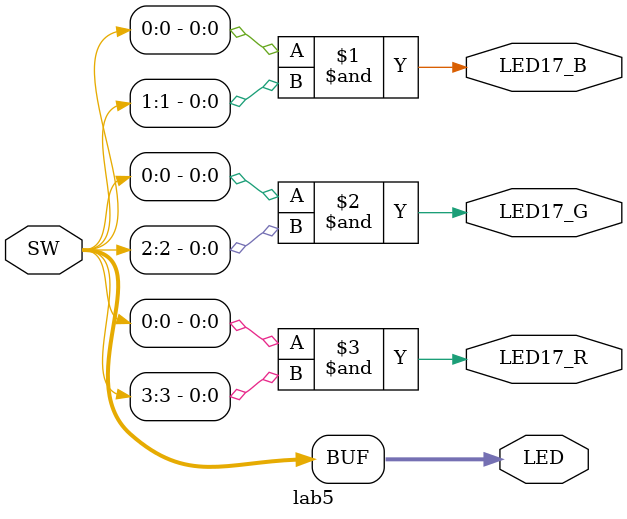
<source format=v>
`timescale 1ns / 1ps


module lab5(
    input [3:0] SW,
     output [3:0] LED,
     output LED17_B,
     output LED17_G,
     output LED17_R
    );
    
    assign LED[0] = SW[0];
    assign LED[1] = SW[1];
    assign LED[2] = SW[2];
    assign LED[3] = SW[3];
    
    assign LED17_B = SW[0] & SW[1];
    assign LED17_G = SW[0]& SW[2];
    assign LED17_R = SW[0] & SW[3];
    
endmodule

</source>
